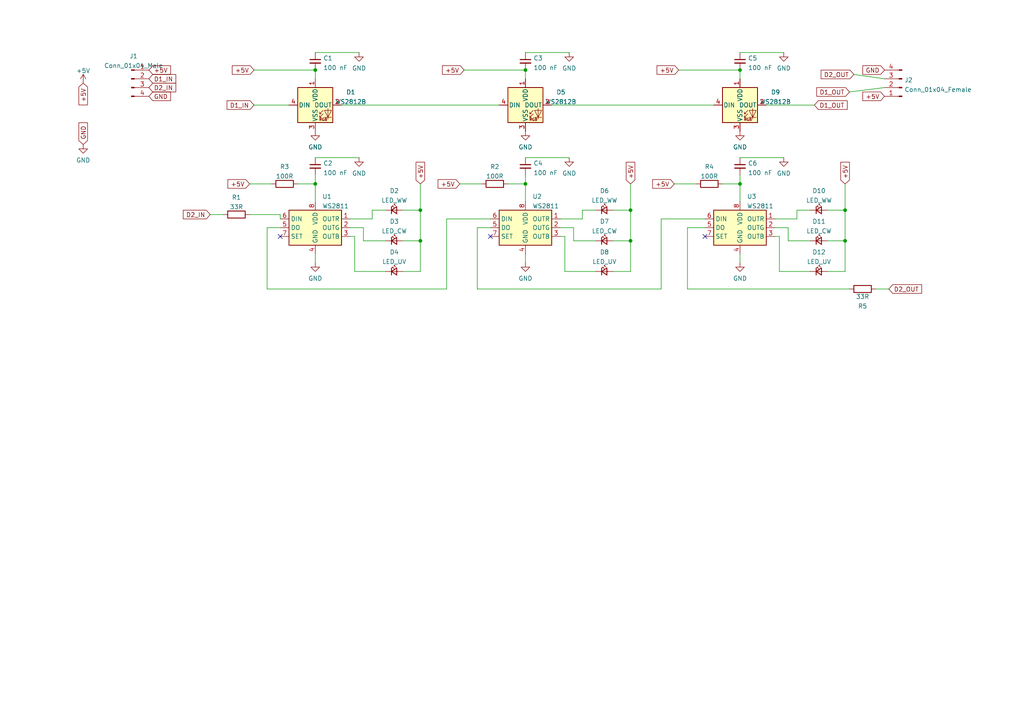
<source format=kicad_sch>
(kicad_sch (version 20211123) (generator eeschema)
  (paper "A4")
  (lib_symbols
    (symbol "Connector:Conn_01x04_Male" (pin_names (offset 1.016) hide)
      (property "Reference" "J" (at 0 5.08 0))
      (property "Value" "Conn_01x04_Male" (at 0 -7.62 0))
      (symbol "Conn_01x04_Male_1_1"
        (polyline (pts (xy 1.27 -5.08) (xy 0.8636 -5.08)) (stroke (width 0.1524)))
        (polyline (pts (xy 1.27 -2.54) (xy 0.8636 -2.54)) (stroke (width 0.1524)))
        (polyline (pts (xy 1.27 0) (xy 0.8636 0)) (stroke (width 0.1524)))
        (polyline (pts (xy 1.27 2.54) (xy 0.8636 2.54)) (stroke (width 0.1524)))
        (rectangle (start 0.8636 -4.953) (end 0 -5.207) (stroke (width 0.1524)) (fill (type outline)))
        (rectangle (start 0.8636 -2.413) (end 0 -2.667) (stroke (width 0.1524)) (fill (type outline)))
        (rectangle (start 0.8636 0.127) (end 0 -0.127) (stroke (width 0.1524)) (fill (type outline)))
        (rectangle (start 0.8636 2.667) (end 0 2.413) (stroke (width 0.1524)) (fill (type outline)))
        (pin passive line (at 5.08 2.54 180) (length 3.81) (name "Pin_1") (number "1"))
        (pin passive line (at 5.08 0 180) (length 3.81) (name "Pin_2") (number "2"))
        (pin passive line (at 5.08 -2.54 180) (length 3.81) (name "Pin_3") (number "3"))
        (pin passive line (at 5.08 -5.08 180) (length 3.81) (name "Pin_4") (number "4"))
      )
    )
    (symbol "Device:C_Small" (pin_numbers hide) (pin_names (offset 0.254) hide)
      (property "Reference" "C" (at 0.254 1.778 0))
      (property "Value" "C_Small" (at 0.254 -2.032 0))
      (symbol "C_Small_0_1"
        (polyline (pts (xy -1.524 -0.508) (xy 1.524 -0.508)) (stroke (width 0.3302)))
        (polyline (pts (xy -1.524 0.508) (xy 1.524 0.508)) (stroke (width 0.3048)))
      )
      (symbol "C_Small_1_1"
        (pin passive line (at 0 2.54 270) (length 2.032) (name "~") (number "1"))
        (pin passive line (at 0 -2.54 90) (length 2.032) (name "~") (number "2"))
      )
    )
    (symbol "Device:LED_Small" (pin_numbers hide) (pin_names (offset 0.254) hide)
      (property "Reference" "D" (at -1.27 3.175 0))
      (property "Value" "LED_Small" (at -4.445 -2.54 0))
      (symbol "LED_Small_0_1"
        (polyline (pts (xy -0.762 -1.016) (xy -0.762 1.016)) (stroke (width 0.254)))
        (polyline (pts (xy 1.016 0) (xy -0.762 0)))
        (polyline (pts (xy 0.762 -1.016) (xy -0.762 0) (xy 0.762 1.016) (xy 0.762 -1.016)) (stroke (width 0.254)))
        (polyline (pts (xy 0 0.762) (xy -0.508 1.27) (xy -0.254 1.27) (xy -0.508 1.27) (xy -0.508 1.016)))
        (polyline (pts (xy 0.508 1.27) (xy 0 1.778) (xy 0.254 1.778) (xy 0 1.778) (xy 0 1.524)))
      )
      (symbol "LED_Small_1_1"
        (pin passive line (at -2.54 0 0) (length 1.778) (name "K") (number "1"))
        (pin passive line (at 2.54 0 180) (length 1.778) (name "A") (number "2"))
      )
    )
    (symbol "Device:R" (pin_numbers hide) (pin_names (offset 0))
      (property "Reference" "R" (at 2.032 0 90))
      (property "Value" "R" (at 0 0 90))
      (symbol "R_0_1"
        (rectangle (start -1.016 -2.54) (end 1.016 2.54) (stroke (width 0.254)))
      )
      (symbol "R_1_1"
        (pin passive line (at 0 3.81 270) (length 1.27) (name "~") (number "1"))
        (pin passive line (at 0 -3.81 90) (length 1.27) (name "~") (number "2"))
      )
    )
    (symbol "Driver_LED:WS2811"
      (property "Reference" "U" (at -6.35 6.35 0))
      (property "Value" "WS2811" (at 5.08 6.35 0))
      (symbol "WS2811_0_1"
        (rectangle (start -7.62 5.08) (end 7.62 -5.08) (stroke (width 0.254)) (fill (type background)))
      )
      (symbol "WS2811_1_1"
        (pin output line (at 10.16 2.54 180) (length 2.54) (name "OUTR") (number "1"))
        (pin output line (at 10.16 0 180) (length 2.54) (name "OUTG") (number "2"))
        (pin output line (at 10.16 -2.54 180) (length 2.54) (name "OUTB") (number "3"))
        (pin power_in line (at 0 -7.62 90) (length 2.54) (name "GND") (number "4"))
        (pin output line (at -10.16 0 0) (length 2.54) (name "DO") (number "5"))
        (pin input line (at -10.16 2.54 0) (length 2.54) (name "DIN") (number "6"))
        (pin input line (at -10.16 -2.54 0) (length 2.54) (name "SET") (number "7"))
        (pin power_in line (at 0 7.62 270) (length 2.54) (name "VDD") (number "8"))
      )
    )
    (symbol "LED:WS2812B" (pin_names (offset 0.254))
      (property "Reference" "D" (at 5.08 5.715 0))
      (property "Value" "WS2812B" (at 1.27 -5.715 0))
      (symbol "WS2812B_0_0"
        (text "RGB" (at 2.286 -4.191 0) (effects (font (size 0.762 0.762))))
      )
      (symbol "WS2812B_0_1"
        (polyline (pts (xy 1.27 -3.556) (xy 1.778 -3.556)))
        (polyline (pts (xy 1.27 -2.54) (xy 1.778 -2.54)))
        (polyline (pts (xy 4.699 -3.556) (xy 2.667 -3.556)))
        (polyline (pts (xy 2.286 -2.54) (xy 1.27 -3.556) (xy 1.27 -3.048)))
        (polyline (pts (xy 2.286 -1.524) (xy 1.27 -2.54) (xy 1.27 -2.032)))
        (polyline (pts (xy 3.683 -1.016) (xy 3.683 -3.556) (xy 3.683 -4.064)))
        (polyline (pts (xy 4.699 -1.524) (xy 2.667 -1.524) (xy 3.683 -3.556) (xy 4.699 -1.524)))
        (rectangle (start 5.08 5.08) (end -5.08 -5.08) (stroke (width 0.254)) (fill (type background)))
      )
      (symbol "WS2812B_1_1"
        (pin power_in line (at 0 7.62 270) (length 2.54) (name "VDD") (number "1"))
        (pin output line (at 7.62 0 180) (length 2.54) (name "DOUT") (number "2"))
        (pin power_in line (at 0 -7.62 90) (length 2.54) (name "VSS") (number "3"))
        (pin input line (at -7.62 0 0) (length 2.54) (name "DIN") (number "4"))
      )
    )
    (symbol "power:+5V" (power) (pin_names (offset 0))
      (property "Value" "+5V" (at 0 3.556 0))
      (symbol "+5V_0_1"
        (polyline (pts (xy -0.762 1.27) (xy 0 2.54)))
        (polyline (pts (xy 0 0) (xy 0 2.54)))
        (polyline (pts (xy 0 2.54) (xy 0.762 1.27)))
      )
      (symbol "+5V_1_1"
        (pin power_in line (at 0 0 90) (length 0) hide (name "+5V") (number "1"))
      )
    )
    (symbol "power:GND" (power) (pin_names (offset 0))
      (property "Value" "GND" (at 0 -3.81 0))
      (symbol "GND_0_1"
        (polyline (pts (xy 0 0) (xy 0 -1.27) (xy 1.27 -1.27) (xy 0 -2.54) (xy -1.27 -1.27) (xy 0 -1.27)))
      )
      (symbol "GND_1_1"
        (pin power_in line (at 0 0 270) (length 0) hide (name "GND") (number "1"))
      )
    )
  )
  (junction (at 121.92 60.96))
  (junction (at 245.11 60.96))
  (junction (at 152.4 53.34))
  (junction (at 121.92 69.85))
  (junction (at 152.4 20.32))
  (junction (at 245.11 69.85))
  (junction (at 91.44 20.32))
  (junction (at 182.88 69.85))
  (junction (at 91.44 53.34))
  (junction (at 182.88 60.96))
  (junction (at 214.63 53.34))
  (junction (at 214.63 20.32))
  (no_connect (at 204.47 68.58))
  (no_connect (at 81.28 68.58))
  (no_connect (at 142.24 68.58))
  (wire (pts (xy 129.54 63.5) (xy 142.24 63.5)))
  (wire (pts (xy 121.92 69.85) (xy 121.92 78.74)))
  (wire (pts (xy 214.63 76.2) (xy 214.63 73.66)))
  (wire (pts (xy 77.47 83.82) (xy 129.54 83.82)))
  (wire (pts (xy 240.03 60.96) (xy 245.11 60.96)))
  (wire (pts (xy 240.03 69.85) (xy 245.11 69.85)))
  (wire (pts (xy 226.06 78.74) (xy 226.06 68.58)))
  (wire (pts (xy 152.4 50.8) (xy 152.4 53.34)))
  (wire (pts (xy 81.28 66.04) (xy 77.47 66.04)))
  (wire (pts (xy 111.76 78.74) (xy 102.87 78.74)))
  (wire (pts (xy 191.77 63.5) (xy 204.47 63.5)))
  (wire (pts (xy 177.8 69.85) (xy 182.88 69.85)))
  (wire (pts (xy 152.4 15.24) (xy 165.1 15.24)))
  (wire (pts (xy 162.56 66.04) (xy 166.37 66.04)))
  (wire (pts (xy 163.83 68.58) (xy 162.56 68.58)))
  (wire (pts (xy 214.63 50.8) (xy 214.63 53.34)))
  (wire (pts (xy 111.76 69.85) (xy 105.41 69.85)))
  (wire (pts (xy 160.02 30.48) (xy 207.01 30.48)))
  (wire (pts (xy 91.44 20.32) (xy 91.44 22.86)))
  (wire (pts (xy 168.91 60.96) (xy 172.72 60.96)))
  (wire (pts (xy 152.4 53.34) (xy 152.4 58.42)))
  (wire (pts (xy 162.56 63.5) (xy 168.91 63.5)))
  (wire (pts (xy 152.4 20.32) (xy 152.4 22.86)))
  (wire (pts (xy 107.95 63.5) (xy 107.95 60.96)))
  (wire (pts (xy 231.14 63.5) (xy 231.14 60.96)))
  (wire (pts (xy 116.84 69.85) (xy 121.92 69.85)))
  (wire (pts (xy 168.91 63.5) (xy 168.91 60.96)))
  (wire (pts (xy 60.96 62.23) (xy 64.77 62.23)))
  (wire (pts (xy 214.63 15.24) (xy 227.33 15.24)))
  (wire (pts (xy 129.54 83.82) (xy 129.54 63.5)))
  (wire (pts (xy 254 83.82) (xy 257.81 83.82)))
  (wire (pts (xy 234.95 69.85) (xy 228.6 69.85)))
  (wire (pts (xy 101.6 66.04) (xy 105.41 66.04)))
  (wire (pts (xy 152.4 45.72) (xy 165.1 45.72)))
  (wire (pts (xy 247.65 21.59) (xy 256.54 22.86)))
  (wire (pts (xy 142.24 66.04) (xy 138.43 66.04)))
  (wire (pts (xy 91.44 45.72) (xy 104.14 45.72)))
  (wire (pts (xy 73.66 20.32) (xy 91.44 20.32)))
  (wire (pts (xy 196.85 20.32) (xy 214.63 20.32)))
  (wire (pts (xy 240.03 78.74) (xy 245.11 78.74)))
  (wire (pts (xy 91.44 53.34) (xy 91.44 58.42)))
  (wire (pts (xy 246.38 26.67) (xy 256.54 25.4)))
  (wire (pts (xy 234.95 78.74) (xy 226.06 78.74)))
  (wire (pts (xy 121.92 60.96) (xy 121.92 69.85)))
  (wire (pts (xy 138.43 83.82) (xy 191.77 83.82)))
  (wire (pts (xy 81.28 62.23) (xy 81.28 63.5)))
  (wire (pts (xy 226.06 68.58) (xy 224.79 68.58)))
  (wire (pts (xy 245.11 60.96) (xy 245.11 69.85)))
  (wire (pts (xy 195.58 53.34) (xy 201.93 53.34)))
  (wire (pts (xy 105.41 69.85) (xy 105.41 66.04)))
  (wire (pts (xy 72.39 62.23) (xy 81.28 62.23)))
  (wire (pts (xy 182.88 53.34) (xy 182.88 60.96)))
  (wire (pts (xy 91.44 15.24) (xy 104.14 15.24)))
  (wire (pts (xy 245.11 69.85) (xy 245.11 78.74)))
  (wire (pts (xy 138.43 66.04) (xy 138.43 83.82)))
  (wire (pts (xy 214.63 53.34) (xy 214.63 58.42)))
  (wire (pts (xy 166.37 69.85) (xy 166.37 66.04)))
  (wire (pts (xy 214.63 45.72) (xy 227.33 45.72)))
  (wire (pts (xy 199.39 83.82) (xy 246.38 83.82)))
  (wire (pts (xy 191.77 83.82) (xy 191.77 63.5)))
  (wire (pts (xy 91.44 50.8) (xy 91.44 53.34)))
  (wire (pts (xy 86.36 53.34) (xy 91.44 53.34)))
  (wire (pts (xy 177.8 60.96) (xy 182.88 60.96)))
  (wire (pts (xy 73.66 30.48) (xy 83.82 30.48)))
  (wire (pts (xy 222.25 30.48) (xy 236.22 30.48)))
  (wire (pts (xy 172.72 78.74) (xy 163.83 78.74)))
  (wire (pts (xy 91.44 76.2) (xy 91.44 73.66)))
  (wire (pts (xy 116.84 60.96) (xy 121.92 60.96)))
  (wire (pts (xy 182.88 60.96) (xy 182.88 69.85)))
  (wire (pts (xy 101.6 63.5) (xy 107.95 63.5)))
  (wire (pts (xy 199.39 66.04) (xy 199.39 83.82)))
  (wire (pts (xy 172.72 69.85) (xy 166.37 69.85)))
  (wire (pts (xy 209.55 53.34) (xy 214.63 53.34)))
  (wire (pts (xy 224.79 63.5) (xy 231.14 63.5)))
  (wire (pts (xy 214.63 20.32) (xy 214.63 22.86)))
  (wire (pts (xy 228.6 69.85) (xy 228.6 66.04)))
  (wire (pts (xy 102.87 78.74) (xy 102.87 68.58)))
  (wire (pts (xy 152.4 76.2) (xy 152.4 73.66)))
  (wire (pts (xy 99.06 30.48) (xy 144.78 30.48)))
  (wire (pts (xy 231.14 60.96) (xy 234.95 60.96)))
  (wire (pts (xy 163.83 78.74) (xy 163.83 68.58)))
  (wire (pts (xy 182.88 69.85) (xy 182.88 78.74)))
  (wire (pts (xy 134.62 20.32) (xy 152.4 20.32)))
  (wire (pts (xy 77.47 66.04) (xy 77.47 83.82)))
  (wire (pts (xy 245.11 53.34) (xy 245.11 60.96)))
  (wire (pts (xy 102.87 68.58) (xy 101.6 68.58)))
  (wire (pts (xy 116.84 78.74) (xy 121.92 78.74)))
  (wire (pts (xy 224.79 66.04) (xy 228.6 66.04)))
  (wire (pts (xy 72.39 53.34) (xy 78.74 53.34)))
  (wire (pts (xy 133.35 53.34) (xy 139.7 53.34)))
  (wire (pts (xy 204.47 66.04) (xy 199.39 66.04)))
  (wire (pts (xy 107.95 60.96) (xy 111.76 60.96)))
  (wire (pts (xy 177.8 78.74) (xy 182.88 78.74)))
  (wire (pts (xy 121.92 53.34) (xy 121.92 60.96)))
  (wire (pts (xy 147.32 53.34) (xy 152.4 53.34)))
  (global_label "+5V" (shape input) (at 24.13 24.13 270) (property "Intersheet References" "${INTERSHEET_REFS}" (effects hide)))
  (global_label "+5V" (shape input) (at 195.58 53.34 180) (property "Intersheet References" "${INTERSHEET_REFS}" (effects hide)))
  (global_label "D1_OUT" (shape input) (at 246.38 26.67 180) (property "Intersheet References" "${INTERSHEET_REFS}" (effects hide)))
  (global_label "+5V" (shape input) (at 182.88 53.34 90) (property "Intersheet References" "${INTERSHEET_REFS}" (effects hide)))
  (global_label "GND" (shape input) (at 43.18 27.94 0) (property "Intersheet References" "${INTERSHEET_REFS}" (effects hide)))
  (global_label "D1_IN" (shape input) (at 43.18 22.86 0) (property "Intersheet References" "${INTERSHEET_REFS}" (effects hide)))
  (global_label "D1_OUT" (shape input) (at 236.22 30.48 0) (property "Intersheet References" "${INTERSHEET_REFS}" (effects hide)))
  (global_label "GND" (shape input) (at 24.13 41.91 90) (property "Intersheet References" "${INTERSHEET_REFS}" (effects hide)))
  (global_label "D1_IN" (shape input) (at 73.66 30.48 180) (property "Intersheet References" "${INTERSHEET_REFS}" (effects hide)))
  (global_label "+5V" (shape input) (at 134.62 20.32 180) (property "Intersheet References" "${INTERSHEET_REFS}" (effects hide)))
  (global_label "+5V" (shape input) (at 196.85 20.32 180) (property "Intersheet References" "${INTERSHEET_REFS}" (effects hide)))
  (global_label "+5V" (shape input) (at 133.35 53.34 180) (property "Intersheet References" "${INTERSHEET_REFS}" (effects hide)))
  (global_label "+5V" (shape input) (at 121.92 53.34 90) (property "Intersheet References" "${INTERSHEET_REFS}" (effects hide)))
  (global_label "+5V" (shape input) (at 72.39 53.34 180) (property "Intersheet References" "${INTERSHEET_REFS}" (effects hide)))
  (global_label "+5V" (shape input) (at 256.54 27.94 180) (property "Intersheet References" "${INTERSHEET_REFS}" (effects hide)))
  (global_label "+5V" (shape input) (at 73.66 20.32 180) (property "Intersheet References" "${INTERSHEET_REFS}" (effects hide)))
  (global_label "GND" (shape input) (at 256.54 20.32 180) (property "Intersheet References" "${INTERSHEET_REFS}" (effects hide)))
  (global_label "+5V" (shape input) (at 43.18 20.32 0) (property "Intersheet References" "${INTERSHEET_REFS}" (effects hide)))
  (global_label "D2_OUT" (shape input) (at 257.81 83.82 0) (property "Intersheet References" "${INTERSHEET_REFS}" (effects hide)))
  (global_label "D2_OUT" (shape input) (at 247.65 21.59 180) (property "Intersheet References" "${INTERSHEET_REFS}" (effects hide)))
  (global_label "D2_IN" (shape input) (at 43.18 25.4 0) (property "Intersheet References" "${INTERSHEET_REFS}" (effects hide)))
  (global_label "D2_IN" (shape input) (at 60.96 62.23 180) (property "Intersheet References" "${INTERSHEET_REFS}" (effects hide)))
  (global_label "+5V" (shape input) (at 245.11 53.34 90) (property "Intersheet References" "${INTERSHEET_REFS}" (effects hide)))
  (symbol (lib_id "Device:LED_Small") (at 175.26 69.85 0) (unit 1)
    (property "Reference" "D7" (at 175.3235 64.2325 0))
    (property "Value" "LED_CW" (at 175.3235 67.0076 0))
    (property "Footprint" "LED_SMD:LED_PLCC_2835" (effects hide))
  )
  (symbol (lib_id "Device:LED_Small") (at 237.49 69.85 0) (unit 1)
    (property "Reference" "D11" (at 237.5535 64.2325 0))
    (property "Value" "LED_CW" (at 237.5535 67.0076 0))
    (property "Footprint" "LED_SMD:LED_PLCC_2835" (effects hide))
  )
  (symbol (lib_id "Connector:Conn_01x04_Male") (at 261.62 25.4 180) (unit 1)
    (property "Reference" "J2" (at 262.3312 23.2215 0) (effects (justify right)))
    (property "Value" "Conn_01x04_Female" (at 262.3312 25.9966 0) (effects (justify right)))
    (property "Footprint" "Connector_PinHeader_2.54mm:PinHeader_1x04_P2.54mm_Vertical" (effects hide))
  )
  (symbol (lib_id "LED:WS2812B") (at 152.4 30.48 0) (unit 1)
    (property "Reference" "D5" (at 162.7059 26.7548 0))
    (property "Value" "WS2812B" (at 162.7059 29.5299 0))
    (property "Footprint" "LED_SMD:LED_SK6812MINI_PLCC4_3.5x3.5mm_P1.75mm" (effects hide))
    (property "Datasheet" "https://cdn-shop.adafruit.com/datasheets/WS2812B.pdf" (effects hide))
  )
  (symbol (lib_id "Device:C_Small") (at 214.63 48.26 0) (unit 1)
    (property "Reference" "C6" (at 216.9541 47.3578 0) (effects (justify left)))
    (property "Value" "100 nF" (at 216.9541 50.1329 0) (effects (justify left)))
    (property "Footprint" "Capacitor_SMD:C_0603_1608Metric" (effects hide))
  )
  (symbol (lib_id "Device:LED_Small") (at 114.3 78.74 0) (unit 1)
    (property "Reference" "D4" (at 114.3635 73.1225 0))
    (property "Value" "LED_UV" (at 114.3635 75.8976 0))
    (property "Footprint" "LED_SMD:LED_PLCC_2835" (effects hide))
  )
  (symbol (lib_id "power:GND") (at 214.63 38.1 0) (unit 1)
    (property "Reference" "#PWR0110" (effects hide))
    (property "Value" "GND" (at 214.63 42.6625 0))
  )
  (symbol (lib_id "Device:LED_Small") (at 175.26 60.96 0) (unit 1)
    (property "Reference" "D6" (at 175.3235 55.3425 0))
    (property "Value" "LED_WW" (at 175.3235 58.1176 0))
    (property "Footprint" "LED_SMD:LED_PLCC_2835" (effects hide))
  )
  (symbol (lib_id "power:GND") (at 165.1 15.24 0) (unit 1)
    (property "Reference" "#PWR0109" (effects hide))
    (property "Value" "GND" (at 165.1 19.8025 0))
  )
  (symbol (lib_id "LED:WS2812B") (at 214.63 30.48 0) (unit 1)
    (property "Reference" "D9" (at 224.9359 26.7548 0))
    (property "Value" "WS2812B" (at 224.9359 29.5299 0))
    (property "Footprint" "LED_SMD:LED_SK6812MINI_PLCC4_3.5x3.5mm_P1.75mm" (effects hide))
    (property "Datasheet" "https://cdn-shop.adafruit.com/datasheets/WS2812B.pdf" (effects hide))
  )
  (symbol (lib_id "Device:R") (at 68.58 62.23 270) (unit 1)
    (property "Reference" "R1" (at 68.58 57.2475 90))
    (property "Value" "33R" (at 68.58 60.0226 90))
    (property "Footprint" "Resistor_SMD:R_0603_1608Metric" (effects hide))
  )
  (symbol (lib_id "power:GND") (at 165.1 45.72 0) (unit 1)
    (property "Reference" "#PWR0114" (effects hide))
    (property "Value" "GND" (at 165.1 50.2825 0))
  )
  (symbol (lib_id "Device:LED_Small") (at 237.49 60.96 0) (unit 1)
    (property "Reference" "D10" (at 237.5535 55.3425 0))
    (property "Value" "LED_WW" (at 237.5535 58.1176 0))
    (property "Footprint" "LED_SMD:LED_PLCC_2835" (effects hide))
  )
  (symbol (lib_id "Connector:Conn_01x04_Male") (at 38.1 22.86 0) (unit 1)
    (property "Reference" "J1" (at 38.735 16.2773 0))
    (property "Value" "Conn_01x04_Male" (at 38.735 19.0524 0))
    (property "Footprint" "Connector_PinHeader_2.54mm:PinHeader_1x04_P2.54mm_Vertical" (effects hide))
  )
  (symbol (lib_id "LED:WS2812B") (at 91.44 30.48 0) (unit 1)
    (property "Reference" "D1" (at 101.7459 26.7548 0))
    (property "Value" "WS2812B" (at 101.7459 29.5299 0))
    (property "Footprint" "LED_SMD:LED_SK6812MINI_PLCC4_3.5x3.5mm_P1.75mm" (effects hide))
    (property "Datasheet" "https://cdn-shop.adafruit.com/datasheets/WS2812B.pdf" (effects hide))
  )
  (symbol (lib_id "power:GND") (at 152.4 76.2 0) (unit 1)
    (property "Reference" "#PWR0108" (effects hide))
    (property "Value" "GND" (at 152.4 80.7625 0))
  )
  (symbol (lib_id "Driver_LED:WS2811") (at 152.4 66.04 0) (unit 1)
    (property "Reference" "U2" (at 154.4194 56.9935 0) (effects (justify left)))
    (property "Value" "WS2811" (at 154.4194 59.7686 0) (effects (justify left)))
    (property "Footprint" "Package_SO:SO-8_3.9x4.9mm_P1.27mm" (effects hide))
    (property "Datasheet" "https://cdn-shop.adafruit.com/datasheets/WS2811.pdf" (effects hide))
  )
  (symbol (lib_id "Device:R") (at 82.55 53.34 90) (unit 1)
    (property "Reference" "R3" (at 82.55 48.3575 90))
    (property "Value" "100R" (at 82.55 51.1326 90))
    (property "Footprint" "Resistor_SMD:R_0603_1608Metric" (effects hide))
  )
  (symbol (lib_id "Driver_LED:WS2811") (at 91.44 66.04 0) (unit 1)
    (property "Reference" "U1" (at 93.4594 56.9935 0) (effects (justify left)))
    (property "Value" "WS2811" (at 93.4594 59.7686 0) (effects (justify left)))
    (property "Footprint" "Package_SO:SO-8_3.9x4.9mm_P1.27mm" (effects hide))
    (property "Datasheet" "https://cdn-shop.adafruit.com/datasheets/WS2811.pdf" (effects hide))
  )
  (symbol (lib_id "Device:LED_Small") (at 175.26 78.74 0) (unit 1)
    (property "Reference" "D8" (at 175.3235 73.1225 0))
    (property "Value" "LED_UV" (at 175.3235 75.8976 0))
    (property "Footprint" "LED_SMD:LED_PLCC_2835" (effects hide))
  )
  (symbol (lib_id "power:GND") (at 104.14 45.72 0) (unit 1)
    (property "Reference" "#PWR0105" (effects hide))
    (property "Value" "GND" (at 104.14 50.2825 0))
  )
  (symbol (lib_id "Device:LED_Small") (at 237.49 78.74 0) (unit 1)
    (property "Reference" "D12" (at 237.5535 73.1225 0))
    (property "Value" "LED_UV" (at 237.5535 75.8976 0))
    (property "Footprint" "LED_SMD:LED_PLCC_2835" (effects hide))
  )
  (symbol (lib_id "Device:LED_Small") (at 114.3 60.96 0) (unit 1)
    (property "Reference" "D2" (at 114.3635 55.3425 0))
    (property "Value" "LED_WW" (at 114.3635 58.1176 0))
    (property "Footprint" "LED_SMD:LED_PLCC_2835" (effects hide))
  )
  (symbol (lib_id "Device:C_Small") (at 91.44 17.78 0) (unit 1)
    (property "Reference" "C1" (at 93.7641 16.8778 0) (effects (justify left)))
    (property "Value" "100 nF" (at 93.7641 19.6529 0) (effects (justify left)))
    (property "Footprint" "Capacitor_SMD:C_0603_1608Metric" (effects hide))
  )
  (symbol (lib_id "Device:C_Small") (at 152.4 17.78 0) (unit 1)
    (property "Reference" "C3" (at 154.7241 16.8778 0) (effects (justify left)))
    (property "Value" "100 nF" (at 154.7241 19.6529 0) (effects (justify left)))
    (property "Footprint" "Capacitor_SMD:C_0603_1608Metric" (effects hide))
  )
  (symbol (lib_id "Device:C_Small") (at 91.44 48.26 0) (unit 1)
    (property "Reference" "C2" (at 93.7641 47.3578 0) (effects (justify left)))
    (property "Value" "100 nF" (at 93.7641 50.1329 0) (effects (justify left)))
    (property "Footprint" "Capacitor_SMD:C_0603_1608Metric" (effects hide))
  )
  (symbol (lib_id "power:GND") (at 104.14 15.24 0) (unit 1)
    (property "Reference" "#PWR0104" (effects hide))
    (property "Value" "GND" (at 104.14 19.8025 0))
  )
  (symbol (lib_id "power:GND") (at 91.44 76.2 0) (unit 1)
    (property "Reference" "#PWR0106" (effects hide))
    (property "Value" "GND" (at 91.44 80.7625 0))
  )
  (symbol (lib_id "Device:R") (at 143.51 53.34 90) (unit 1)
    (property "Reference" "R2" (at 143.51 48.3575 90))
    (property "Value" "100R" (at 143.51 51.1326 90))
    (property "Footprint" "Resistor_SMD:R_0603_1608Metric" (effects hide))
  )
  (symbol (lib_id "Device:R") (at 250.19 83.82 90) (unit 1)
    (property "Reference" "R5" (at 250.19 88.8025 90))
    (property "Value" "33R" (at 250.19 86.0274 90))
    (property "Footprint" "Resistor_SMD:R_0603_1608Metric" (effects hide))
  )
  (symbol (lib_id "Device:C_Small") (at 152.4 48.26 0) (unit 1)
    (property "Reference" "C4" (at 154.7241 47.3578 0) (effects (justify left)))
    (property "Value" "100 nF" (at 154.7241 50.1329 0) (effects (justify left)))
    (property "Footprint" "Capacitor_SMD:C_0603_1608Metric" (effects hide))
  )
  (symbol (lib_id "Device:C_Small") (at 214.63 17.78 0) (unit 1)
    (property "Reference" "C5" (at 216.9541 16.8778 0) (effects (justify left)))
    (property "Value" "100 nF" (at 216.9541 19.6529 0) (effects (justify left)))
    (property "Footprint" "Capacitor_SMD:C_0603_1608Metric" (effects hide))
  )
  (symbol (lib_id "power:GND") (at 91.44 38.1 0) (unit 1)
    (property "Reference" "#PWR0103" (effects hide))
    (property "Value" "GND" (at 91.44 42.6625 0))
  )
  (symbol (lib_id "power:GND") (at 152.4 38.1 0) (unit 1)
    (property "Reference" "#PWR0113" (effects hide))
    (property "Value" "GND" (at 152.4 42.6625 0))
  )
  (symbol (lib_id "power:+5V") (at 24.13 24.13 0) (unit 1)
    (property "Reference" "#PWR0101" (effects hide))
    (property "Value" "+5V" (at 24.13 20.5255 0))
  )
  (symbol (lib_id "Device:R") (at 205.74 53.34 90) (unit 1)
    (property "Reference" "R4" (at 205.74 48.3575 90))
    (property "Value" "100R" (at 205.74 51.1326 90))
    (property "Footprint" "Resistor_SMD:R_0603_1608Metric" (effects hide))
  )
  (symbol (lib_id "power:GND") (at 227.33 15.24 0) (unit 1)
    (property "Reference" "#PWR0107" (effects hide))
    (property "Value" "GND" (at 227.33 19.8025 0))
  )
  (symbol (lib_id "power:GND") (at 214.63 76.2 0) (unit 1)
    (property "Reference" "#PWR0112" (effects hide))
    (property "Value" "GND" (at 214.63 80.7625 0))
  )
  (symbol (lib_id "Device:LED_Small") (at 114.3 69.85 0) (unit 1)
    (property "Reference" "D3" (at 114.3635 64.2325 0))
    (property "Value" "LED_CW" (at 114.3635 67.0076 0))
    (property "Footprint" "LED_SMD:LED_PLCC_2835" (effects hide))
  )
  (symbol (lib_id "power:GND") (at 227.33 45.72 0) (unit 1)
    (property "Reference" "#PWR0111" (effects hide))
    (property "Value" "GND" (at 227.33 50.2825 0))
  )
  (symbol (lib_id "Driver_LED:WS2811") (at 214.63 66.04 0) (unit 1)
    (property "Reference" "U3" (at 216.6494 56.9935 0) (effects (justify left)))
    (property "Value" "WS2811" (at 216.6494 59.7686 0) (effects (justify left)))
    (property "Footprint" "Package_SO:SO-8_3.9x4.9mm_P1.27mm" (effects hide))
    (property "Datasheet" "https://cdn-shop.adafruit.com/datasheets/WS2811.pdf" (effects hide))
  )
  (symbol (lib_id "power:GND") (at 24.13 41.91 0) (unit 1)
    (property "Reference" "#PWR0102" (effects hide))
    (property "Value" "GND" (at 24.13 46.4725 0))
  )
)
</source>
